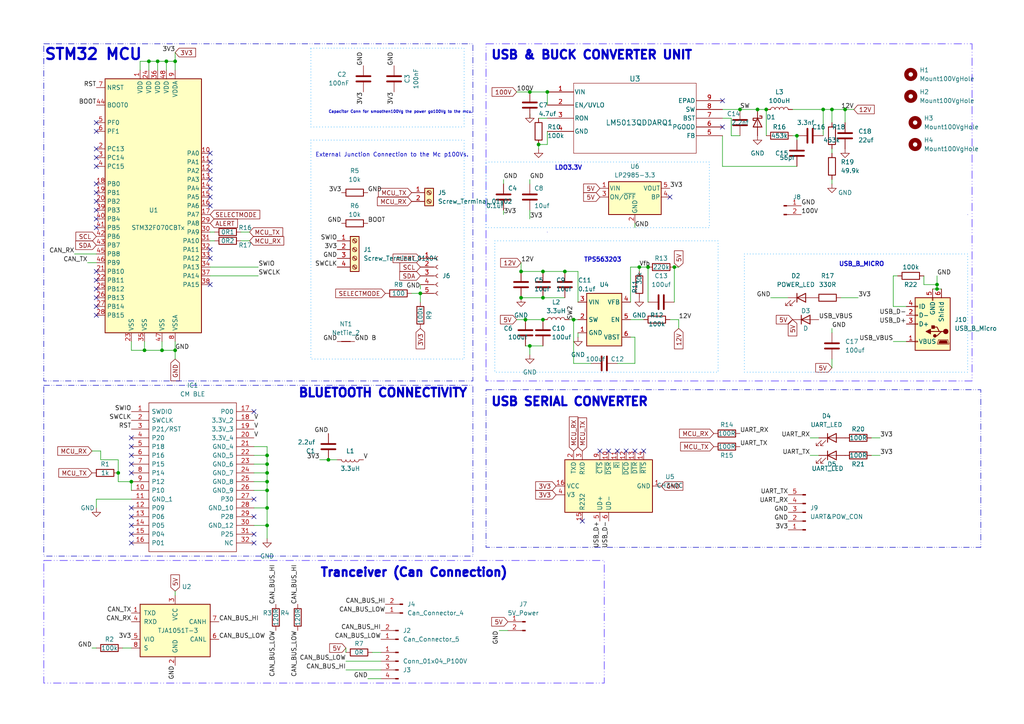
<source format=kicad_sch>
(kicad_sch (version 20230121) (generator eeschema)
  (paper "A4")
  (lib_symbols
    (symbol "2023-07-11_16-13-50:LM5013QDDARQ1" (pin_names (offset 0.254))
      (property "Reference" "U3" (at 25.4 6.35 0))
      (property "Value" "LM5013QDDARQ1" (at 26.67 -6.35 0))
      (symbol "LM5013QDDARQ1_0_1"
        (pin input line (at 50.8 -10.16 180) (length 7.62) (name "FB") (number "5"))
        (pin output line (at 50.8 -7.62 180) (length 7.62) (name "PGOOD") (number "6"))
        (pin power_out line (at 50.8 0 180) (length 7.62) (name "EPAD") (number "9"))
      )
      (symbol "LM5013QDDARQ1_1_1"
        (pin input line (at 0 2.54 0) (length 7.62) (name "VIN") (number "1"))
        (pin input line (at 0 -1.27 0) (length 7.62) (name "EN/UVLO") (number "2"))
        (pin input line (at 0 -5.08 0) (length 7.62) (name "RON") (number "3"))
        (pin power_in line (at 0 -8.89 0) (length 7.62) (name "GND") (number "4"))
        (pin power_out line (at 50.8 -5.08 180) (length 7.62) (name "BST") (number "7"))
        (pin power_out line (at 50.8 -2.54 180) (length 7.62) (name "SW") (number "8"))
      )
    )
    (symbol "Connector:Conn_01x02_Pin" (pin_names (offset 1.016) hide)
      (property "Reference" "J" (at 0 2.54 0))
      (property "Value" "Conn_01x02_Pin" (at 0 -5.08 0))
      (symbol "Conn_01x02_Pin_1_1"
        (pin passive line (at 5.08 0 180) (length 3.81) (name "Pin_1") (number "1"))
        (pin passive line (at 5.08 -2.54 180) (length 3.81) (name "Pin_2") (number "2"))
      )
    )
    (symbol "Connector:Conn_01x04_Pin" (pin_names (offset 1.016) hide)
      (property "Reference" "J" (at 0 5.08 0))
      (property "Value" "Conn_01x04_Pin" (at 0 -7.62 0))
      (symbol "Conn_01x04_Pin_1_1"
        (pin passive line (at 5.08 2.54 180) (length 3.81) (name "Pin_1") (number "1"))
        (pin passive line (at 5.08 0 180) (length 3.81) (name "Pin_2") (number "2"))
        (pin passive line (at 5.08 -2.54 180) (length 3.81) (name "Pin_3") (number "3"))
        (pin passive line (at 5.08 -5.08 180) (length 3.81) (name "Pin_4") (number "4"))
      )
    )
    (symbol "Connector:Conn_01x05_Pin" (pin_names (offset 1.016) hide)
      (property "Reference" "J" (at 0 7.62 0))
      (property "Value" "Conn_01x05_Pin" (at 0 -7.62 0))
      (symbol "Conn_01x05_Pin_1_1"
        (pin passive line (at 5.08 5.08 180) (length 3.81) (name "Pin_1") (number "1"))
        (pin passive line (at 5.08 2.54 180) (length 3.81) (name "Pin_2") (number "2"))
        (pin passive line (at 5.08 0 180) (length 3.81) (name "Pin_3") (number "3"))
        (pin passive line (at 5.08 -2.54 180) (length 3.81) (name "Pin_4") (number "4"))
        (pin passive line (at 5.08 -5.08 180) (length 3.81) (name "Pin_5") (number "5"))
      )
    )
    (symbol "Connector:Conn_01x05_Socket" (pin_names (offset 1.016) hide)
      (property "Reference" "J" (at 0 7.62 0))
      (property "Value" "Conn_01x05_Socket" (at 0 -7.62 0))
      (symbol "Conn_01x05_Socket_1_1"
        (pin passive line (at -5.08 5.08 0) (length 3.81) (name "Pin_1") (number "1"))
        (pin passive line (at -5.08 2.54 0) (length 3.81) (name "Pin_2") (number "2"))
        (pin passive line (at -5.08 0 0) (length 3.81) (name "Pin_3") (number "3"))
        (pin passive line (at -5.08 -2.54 0) (length 3.81) (name "Pin_4") (number "4"))
        (pin passive line (at -5.08 -5.08 0) (length 3.81) (name "Pin_5") (number "5"))
      )
    )
    (symbol "Connector:Screw_Terminal_01x02" (pin_names (offset 1.016) hide)
      (property "Reference" "J" (at 0 2.54 0))
      (property "Value" "Screw_Terminal_01x02" (at 0 -5.08 0))
      (symbol "Screw_Terminal_01x02_1_1"
        (pin passive line (at -5.08 0 0) (length 3.81) (name "Pin_1") (number "1"))
        (pin passive line (at -5.08 -2.54 0) (length 3.81) (name "Pin_2") (number "2"))
      )
    )
    (symbol "Connector:Screw_Terminal_01x04" (pin_names (offset 1.016) hide)
      (property "Reference" "J" (at 0 5.08 0))
      (property "Value" "Screw_Terminal_01x04" (at 0 -7.62 0))
      (symbol "Screw_Terminal_01x04_1_1"
        (pin passive line (at -5.08 2.54 0) (length 3.81) (name "Pin_1") (number "1"))
        (pin passive line (at -5.08 0 0) (length 3.81) (name "Pin_2") (number "2"))
        (pin passive line (at -5.08 -2.54 0) (length 3.81) (name "Pin_3") (number "3"))
        (pin passive line (at -5.08 -5.08 0) (length 3.81) (name "Pin_4") (number "4"))
      )
    )
    (symbol "Connector:USB_B_Micro" (pin_names (offset 1.016))
      (property "Reference" "J" (at -5.08 11.43 0))
      (property "Value" "USB_B_Micro" (at -5.08 8.89 0))
      (symbol "USB_B_Micro_1_1"
        (pin power_out line (at 7.62 5.08 180) (length 2.54) (name "VBUS") (number "1"))
        (pin bidirectional line (at 7.62 -2.54 180) (length 2.54) (name "D-") (number "2"))
        (pin bidirectional line (at 7.62 0 180) (length 2.54) (name "D+") (number "3"))
        (pin passive line (at 7.62 -5.08 180) (length 2.54) (name "ID") (number "4"))
        (pin power_out line (at 0 -10.16 90) (length 2.54) (name "GND") (number "5"))
        (pin passive line (at -2.54 -10.16 90) (length 2.54) (name "Shield") (number "6"))
      )
    )
    (symbol "Device:C" (pin_numbers hide) (pin_names (offset 0.254))
      (property "Reference" "C" (at 0.635 2.54 0))
      (property "Value" "C" (at 0.635 -2.54 0))
      (symbol "C_1_1"
        (pin passive line (at 0 3.81 270) (length 2.794) (name "~") (number "1"))
        (pin passive line (at 0 -3.81 90) (length 2.794) (name "~") (number "2"))
      )
    )
    (symbol "Device:D" (pin_numbers hide) (pin_names (offset 1.016) hide)
      (property "Reference" "D" (at 0 2.54 0))
      (property "Value" "D" (at 0 -2.54 0))
      (symbol "D_1_1"
        (pin passive line (at -3.81 0 0) (length 2.54) (name "K") (number "1"))
        (pin passive line (at 3.81 0 180) (length 2.54) (name "A") (number "2"))
      )
    )
    (symbol "Device:D_Schottky" (pin_numbers hide) (pin_names (offset 1.016) hide)
      (property "Reference" "D" (at 0 2.54 0))
      (property "Value" "D_Schottky" (at 0 -2.54 0))
      (symbol "D_Schottky_1_1"
        (pin passive line (at -3.81 0 0) (length 2.54) (name "K") (number "1"))
        (pin passive line (at 3.81 0 180) (length 2.54) (name "A") (number "2"))
      )
    )
    (symbol "Device:L" (pin_numbers hide) (pin_names (offset 1.016) hide)
      (property "Reference" "L" (at -1.27 0 90))
      (property "Value" "L" (at 1.905 0 90))
      (symbol "L_1_1"
        (pin passive line (at 0 3.81 270) (length 1.27) (name "1") (number "1"))
        (pin passive line (at 0 -3.81 90) (length 1.27) (name "2") (number "2"))
      )
    )
    (symbol "Device:LED" (pin_numbers hide) (pin_names (offset 1.016) hide)
      (property "Reference" "D" (at 0 2.54 0))
      (property "Value" "LED" (at 0 -2.54 0))
      (symbol "LED_1_1"
        (pin passive line (at -3.81 0 0) (length 2.54) (name "K") (number "1"))
        (pin passive line (at 3.81 0 180) (length 2.54) (name "A") (number "2"))
      )
    )
    (symbol "Device:NetTie_2" (pin_numbers hide) (pin_names (offset 0) hide) (in_bom no)
      (property "Reference" "NT" (at 0 1.27 0))
      (property "Value" "NetTie_2" (at 0 -1.27 0))
      (symbol "NetTie_2_1_1"
        (pin passive line (at -2.54 0 0) (length 2.54) (name "1") (number "1"))
        (pin passive line (at 2.54 0 180) (length 2.54) (name "2") (number "2"))
      )
    )
    (symbol "Device:R" (pin_numbers hide) (pin_names (offset 0))
      (property "Reference" "R" (at 2.032 0 90))
      (property "Value" "R" (at 0 0 90))
      (symbol "R_1_1"
        (pin passive line (at 0 3.81 270) (length 1.27) (name "~") (number "1"))
        (pin passive line (at 0 -3.81 90) (length 1.27) (name "~") (number "2"))
      )
    )
    (symbol "Interface_CAN_LIN:TJA1051T-3" (pin_names (offset 1.016))
      (property "Reference" "U2" (at 1.9559 12.7 0))
      (property "Value" "TJA1051T-3" (at -5.08 0 0))
      (symbol "TJA1051T-3_1_1"
        (pin input line (at -12.7 5.08 0) (length 2.54) (name "TXD") (number "1"))
        (pin passive line (at 0 -10.16 90) (length 2.54) (name "GND") (number "2"))
        (pin input line (at 0 10.16 270) (length 2.54) (name "VCC") (number "3"))
        (pin output line (at -12.7 2.54 0) (length 2.54) (name "RXD") (number "4"))
        (pin power_in line (at -12.7 -2.54 0) (length 2.54) (name "VIO") (number "5"))
        (pin bidirectional line (at 12.7 -2.54 180) (length 2.54) (name "CANL") (number "6"))
        (pin bidirectional line (at 12.7 2.54 180) (length 2.54) (name "CANH") (number "7"))
        (pin input line (at -12.7 -5.08 0) (length 2.54) (name "S") (number "8"))
      )
    )
    (symbol "Interface_USB:CH340C"
      (property "Reference" "U" (at -5.08 13.97 0))
      (property "Value" "CH340C" (at 1.27 13.97 0))
      (symbol "CH340C_1_1"
        (pin power_in line (at 0 -15.24 90) (length 2.54) (name "GND") (number "1"))
        (pin input line (at 10.16 0 180) (length 2.54) (name "~{DSR}") (number "10"))
        (pin input line (at 10.16 -2.54 180) (length 2.54) (name "~{RI}") (number "11"))
        (pin input line (at 10.16 -5.08 180) (length 2.54) (name "~{DCD}") (number "12"))
        (pin output line (at 10.16 -7.62 180) (length 2.54) (name "~{DTR}") (number "13"))
        (pin output line (at 10.16 -10.16 180) (length 2.54) (name "~{RTS}") (number "14"))
        (pin input line (at -10.16 7.62 0) (length 2.54) (name "R232") (number "15"))
        (pin power_in line (at 0 15.24 270) (length 2.54) (name "VCC") (number "16"))
        (pin output line (at 10.16 10.16 180) (length 2.54) (name "TXD") (number "2"))
        (pin input line (at 10.16 7.62 180) (length 2.54) (name "RXD") (number "3"))
        (pin passive line (at -2.54 15.24 270) (length 2.54) (name "V3") (number "4"))
        (pin bidirectional line (at -10.16 2.54 0) (length 2.54) (name "UD+") (number "5"))
        (pin bidirectional line (at -10.16 0 0) (length 2.54) (name "UD-") (number "6"))
        (pin no_connect line (at -7.62 -7.62 0) (length 2.54) hide (name "NC") (number "7"))
        (pin no_connect line (at -7.62 -10.16 0) (length 2.54) hide (name "NC") (number "8"))
        (pin input line (at 10.16 2.54 180) (length 2.54) (name "~{CTS}") (number "9"))
      )
    )
    (symbol "Library:COMMON_BLUETOOTH" (pin_names (offset 0.762))
      (property "Reference" "IC" (at 31.75 7.62 0))
      (property "Value" "CM BLE" (at 31.75 5.08 0))
      (symbol "COMMON_BLUETOOTH_0_0"
        (pin passive line (at 0 -25.4 0) (length 5.08) (name "GND_1") (number "11"))
        (pin passive line (at 0 -35.56 0) (length 5.08) (name "P04") (number "15"))
        (pin passive line (at 0 -2.54 0) (length 5.08) (name "SWCLK") (number "2"))
        (pin passive line (at 35.56 -25.4 180) (length 5.08) (name "P30") (number "27"))
        (pin passive line (at 0 -5.08 0) (length 5.08) (name "P21/RST") (number "3"))
        (pin passive line (at 0 -7.62 0) (length 5.08) (name "P20") (number "4"))
        (pin passive line (at 0 -10.16 0) (length 5.08) (name "P18") (number "5"))
        (pin passive line (at 0 -12.7 0) (length 5.08) (name "P16") (number "6"))
        (pin passive line (at 0 -15.24 0) (length 5.08) (name "P15") (number "7"))
      )
      (symbol "COMMON_BLUETOOTH_1_0"
        (pin passive line (at 0 0 0) (length 5.08) (name "SWDIO") (number "1"))
        (pin passive line (at 0 -22.86 0) (length 5.08) (name "P10") (number "10"))
        (pin passive line (at 0 -27.94 0) (length 5.08) (name "P09") (number "12"))
        (pin passive line (at 0 -30.48 0) (length 5.08) (name "P06") (number "13"))
        (pin passive line (at 0 -33.02 0) (length 5.08) (name "P05") (number "14"))
        (pin passive line (at 0 -38.1 0) (length 5.08) (name "P01") (number "16"))
        (pin passive line (at 35.56 0 180) (length 5.08) (name "P00") (number "17"))
        (pin passive line (at 35.56 -2.54 180) (length 5.08) (name "3.3V_2") (number "18"))
        (pin passive line (at 35.56 -5.08 180) (length 5.08) (name "3.3V_3") (number "19"))
        (pin passive line (at 35.56 -7.62 180) (length 5.08) (name "3.3V_4") (number "20"))
        (pin passive line (at 35.56 -10.16 180) (length 5.08) (name "GND_4") (number "21"))
        (pin passive line (at 35.56 -12.7 180) (length 5.08) (name "GND_5") (number "22"))
        (pin passive line (at 35.56 -15.24 180) (length 5.08) (name "GND_6") (number "23"))
        (pin passive line (at 35.56 -17.78 180) (length 5.08) (name "GND_7") (number "24"))
        (pin passive line (at 35.56 -20.32 180) (length 5.08) (name "GND_8") (number "25"))
        (pin passive line (at 35.56 -22.86 180) (length 5.08) (name "GND_9") (number "26"))
        (pin passive line (at 35.56 -27.94 180) (length 5.08) (name "GND_10") (number "28"))
        (pin passive line (at 35.56 -30.48 180) (length 5.08) (name "P28") (number "29"))
        (pin passive line (at 35.56 -33.02 180) (length 5.08) (name "GND_12") (number "30"))
        (pin passive line (at 35.56 -35.56 180) (length 5.08) (name "P25") (number "31"))
        (pin passive line (at 35.56 -38.1 180) (length 5.08) (name "NC") (number "32"))
        (pin passive line (at 0 -17.78 0) (length 5.08) (name "P14") (number "8"))
        (pin passive line (at 0 -20.32 0) (length 5.08) (name "P12") (number "9"))
      )
    )
    (symbol "MCU_ST_STM32F0:STM32F070CBTx"
      (property "Reference" "U?" (at 0 -16.51 0))
      (property "Value" "STM32F070CBTx" (at -5.08 -19.05 0))
      (symbol "STM32F070CBTx_1_1"
        (pin power_in line (at -2.54 40.64 270) (length 2.54) (name "VDD") (number "1"))
        (pin bidirectional line (at 17.78 16.51 180) (length 2.54) (name "PA0") (number "10"))
        (pin bidirectional line (at 17.78 13.97 180) (length 2.54) (name "PA1") (number "11"))
        (pin bidirectional line (at 17.78 11.43 180) (length 2.54) (name "PA2") (number "12"))
        (pin bidirectional line (at 17.78 8.89 180) (length 2.54) (name "PA3") (number "13"))
        (pin bidirectional line (at 17.78 6.35 180) (length 2.54) (name "PA4") (number "14"))
        (pin bidirectional line (at 17.78 3.81 180) (length 2.54) (name "PA5") (number "15"))
        (pin bidirectional line (at 17.78 1.27 180) (length 2.54) (name "PA6") (number "16"))
        (pin bidirectional line (at 17.78 -1.27 180) (length 2.54) (name "PA7") (number "17"))
        (pin bidirectional line (at -15.24 7.62 0) (length 2.54) (name "PB0") (number "18"))
        (pin bidirectional line (at -15.24 5.08 0) (length 2.54) (name "PB1") (number "19"))
        (pin bidirectional line (at -15.24 17.78 0) (length 2.54) (name "PC13") (number "2"))
        (pin bidirectional line (at -15.24 2.54 0) (length 2.54) (name "PB2") (number "20"))
        (pin bidirectional line (at -15.24 -17.78 0) (length 2.54) (name "PB10") (number "21"))
        (pin bidirectional line (at -15.24 -20.32 0) (length 2.54) (name "PB11") (number "22"))
        (pin power_in line (at -5.08 -38.1 90) (length 2.54) (name "VSS") (number "23"))
        (pin power_in line (at 0 40.64 270) (length 2.54) (name "VDD") (number "24"))
        (pin bidirectional line (at -15.24 -22.86 0) (length 2.54) (name "PB12") (number "25"))
        (pin bidirectional line (at -15.24 -25.4 0) (length 2.54) (name "PB13") (number "26"))
        (pin bidirectional line (at -15.24 -27.94 0) (length 2.54) (name "PB14") (number "27"))
        (pin bidirectional line (at -15.24 -30.48 0) (length 2.54) (name "PB15") (number "28"))
        (pin bidirectional line (at 17.78 -3.81 180) (length 2.54) (name "PA8") (number "29"))
        (pin bidirectional line (at -15.24 15.24 0) (length 2.54) (name "PC14") (number "3"))
        (pin bidirectional line (at 17.78 -6.35 180) (length 2.54) (name "PA9") (number "30"))
        (pin bidirectional line (at 17.78 -8.89 180) (length 2.54) (name "PA10") (number "31"))
        (pin bidirectional line (at 17.78 -11.43 180) (length 2.54) (name "PA11") (number "32"))
        (pin bidirectional line (at 17.78 -13.97 180) (length 2.54) (name "PA12") (number "33"))
        (pin bidirectional line (at 17.78 -16.51 180) (length 2.54) (name "PA13") (number "34"))
        (pin passive line (at -1.27 -38.1 90) (length 2.54) (name "VSS") (number "35"))
        (pin power_in line (at 2.54 40.64 270) (length 2.54) (name "VDD") (number "36"))
        (pin bidirectional line (at 17.78 -19.05 180) (length 2.54) (name "PA14") (number "37"))
        (pin bidirectional line (at 17.78 -21.59 180) (length 2.54) (name "PA15") (number "38"))
        (pin bidirectional line (at -15.24 0 0) (length 2.54) (name "PB3") (number "39"))
        (pin bidirectional line (at -15.24 12.7 0) (length 2.54) (name "PC15") (number "4"))
        (pin bidirectional line (at -15.24 -2.54 0) (length 2.54) (name "PB4") (number "40"))
        (pin bidirectional line (at -15.24 -5.08 0) (length 2.54) (name "PB5") (number "41"))
        (pin bidirectional line (at -15.24 -7.62 0) (length 2.54) (name "PB6") (number "42"))
        (pin bidirectional line (at -15.24 -10.16 0) (length 2.54) (name "PB7") (number "43"))
        (pin input line (at -15.24 30.48 0) (length 2.54) (name "BOOT0") (number "44"))
        (pin bidirectional line (at -15.24 -12.7 0) (length 2.54) (name "PB8") (number "45"))
        (pin bidirectional line (at -15.24 -15.24 0) (length 2.54) (name "PB9") (number "46"))
        (pin passive line (at 3.81 -38.1 90) (length 2.54) (name "VSS") (number "47"))
        (pin power_in line (at 5.08 40.64 270) (length 2.54) (name "VDD") (number "48"))
        (pin bidirectional line (at -15.24 25.4 0) (length 2.54) (name "PF0") (number "5"))
        (pin bidirectional line (at -15.24 22.86 0) (length 2.54) (name "PF1") (number "6"))
        (pin input line (at -15.24 35.56 0) (length 2.54) (name "NRST") (number "7"))
        (pin power_in line (at 7.62 -38.1 90) (length 2.54) (name "VSSA") (number "8"))
        (pin power_in line (at 7.62 40.64 270) (length 2.54) (name "VDDA") (number "9"))
      )
    )
    (symbol "Mechanical:MountingHole" (pin_names (offset 1.016))
      (property "Reference" "H" (at 0 5.08 0))
      (property "Value" "MountingHole" (at 0 3.175 0))
    )
    (symbol "Regulator_Linear:LP2985-3.3" (pin_names (offset 0.254))
      (property "Reference" "U6" (at 0 8.89 0))
      (property "Value" "LP2985-3.3" (at 0 6.35 0))
      (symbol "LP2985-3.3_1_1"
        (pin input line (at -10.16 2.54 0) (length 2.54) (name "VIN") (number "1"))
        (pin power_in line (at 0 -7.62 90) (length 2.54) (name "GND") (number "2"))
        (pin input line (at -10.16 0 0) (length 2.54) (name "ON/~{OFF}") (number "3"))
        (pin input line (at 10.16 0 180) (length 2.54) (name "BP") (number "4"))
        (pin power_out line (at 10.16 2.54 180) (length 2.54) (name "VOUT") (number "5"))
      )
    )
    (symbol "Regulator_Switching:TPS563200"
      (property "Reference" "U4" (at 1.27 12.7 0))
      (symbol "TPS563200_1_1"
        (pin power_in line (at -6.35 -1.27 0) (length 2.54) (name "GND") (number "1"))
        (pin output line (at -6.35 2.54 0) (length 2.54) (name "SW") (number "2"))
        (pin input line (at -6.35 7.62 0) (length 2.54) (name "VIN") (number "3"))
        (pin input line (at 8.89 7.62 180) (length 2.54) (name "VFB") (number "4"))
        (pin input line (at 8.89 2.54 180) (length 2.54) (name "EN") (number "5"))
        (pin passive line (at 8.89 -2.54 180) (length 2.54) (name "VBST") (number "6"))
      )
    )
    (symbol "power:GND" (power) (pin_names (offset 0))
      (property "Value" "GND" (at 0 -3.81 0))
      (symbol "GND_1_1"
        (pin power_in line (at 0 0 270) (length 0) hide (name "GND") (number "1"))
      )
    )
  )
  (junction (at 77.47 139.7))
  (junction (at 157.48 78.74))
  (junction (at 157.48 86.36))
  (junction (at 153.67 100.33))
  (junction (at 195.58 77.47))
  (junction (at 152.4 92.71))
  (junction (at 121.92 85.09))
  (junction (at 46.99 101.6))
  (junction (at 271.78 83.82))
  (junction (at 222.25 31.75))
  (junction (at 50.8 101.6))
  (junction (at 77.47 137.16))
  (junction (at 238.76 31.75))
  (junction (at 163.83 78.74))
  (junction (at 166.37 92.71))
  (junction (at 185.42 77.47))
  (junction (at 48.26 17.78))
  (junction (at 157.48 92.71))
  (junction (at 214.63 31.75))
  (junction (at 153.67 26.67))
  (junction (at 158.75 26.67))
  (junction (at 45.72 17.78))
  (junction (at 43.18 17.78))
  (junction (at 95.25 133.35))
  (junction (at 50.8 17.78))
  (junction (at 271.78 82.55))
  (junction (at 156.21 41.91))
  (junction (at 231.14 39.37))
  (junction (at 77.47 152.4))
  (junction (at 77.47 142.24))
  (junction (at 245.11 31.75))
  (junction (at 38.1 139.7))
  (junction (at 77.47 132.08))
  (junction (at 151.13 86.36))
  (junction (at 77.47 134.62))
  (junction (at 77.47 147.32))
  (junction (at 34.29 137.16))
  (junction (at 241.3 31.75))
  (junction (at 41.91 101.6))
  (junction (at 219.71 31.75))
  (junction (at 187.96 77.47))
  (junction (at 151.13 78.74))
  (no_connect (at 38.1 152.4))
  (no_connect (at 179.07 130.81))
  (no_connect (at 60.96 54.61))
  (no_connect (at 27.94 81.28))
  (no_connect (at 60.96 44.45))
  (no_connect (at 38.1 137.16))
  (no_connect (at 27.94 58.42))
  (no_connect (at 27.94 63.5))
  (no_connect (at 27.94 55.88))
  (no_connect (at 38.1 149.86))
  (no_connect (at 27.94 48.26))
  (no_connect (at 27.94 86.36))
  (no_connect (at 60.96 72.39))
  (no_connect (at 60.96 46.99))
  (no_connect (at 176.53 130.81))
  (no_connect (at 27.94 43.18))
  (no_connect (at 27.94 45.72))
  (no_connect (at 60.96 49.53))
  (no_connect (at 38.1 147.32))
  (no_connect (at 27.94 35.56))
  (no_connect (at 168.91 151.13))
  (no_connect (at 186.69 130.81))
  (no_connect (at 38.1 127))
  (no_connect (at 73.66 149.86))
  (no_connect (at 209.55 29.21))
  (no_connect (at 73.66 144.78))
  (no_connect (at 27.94 78.74))
  (no_connect (at 73.66 157.48))
  (no_connect (at 27.94 60.96))
  (no_connect (at 38.1 132.08))
  (no_connect (at 60.96 82.55))
  (no_connect (at 38.1 157.48))
  (no_connect (at 27.94 38.1))
  (no_connect (at 60.96 52.07))
  (no_connect (at 27.94 83.82))
  (no_connect (at 38.1 129.54))
  (no_connect (at 38.1 154.94))
  (no_connect (at 73.66 154.94))
  (no_connect (at 27.94 88.9))
  (no_connect (at 27.94 91.44))
  (no_connect (at 173.99 130.81))
  (no_connect (at 27.94 53.34))
  (no_connect (at 73.66 119.38))
  (no_connect (at 60.96 57.15))
  (no_connect (at 60.96 59.69))
  (no_connect (at 38.1 134.62))
  (no_connect (at 27.94 66.04))
  (no_connect (at 209.55 36.83))
  (no_connect (at 181.61 130.81))
  (no_connect (at 184.15 130.81))
  (no_connect (at 60.96 74.93))
  (no_connect (at 194.31 57.15))
  (wire (pts (xy 271.78 82.55) (xy 271.78 83.82)))
  (wire (pts (xy 259.08 99.06) (xy 262.89 99.06)))
  (wire (pts (xy 45.72 20.32) (xy 45.72 17.78)))
  (wire (pts (xy 166.37 92.71) (xy 166.37 105.41)))
  (wire (pts (xy 194.31 92.71) (xy 196.85 92.71)))
  (wire (pts (xy 60.96 77.47) (xy 74.93 77.47)))
  (wire (pts (xy 107.95 189.23) (xy 110.49 189.23)))
  (wire (pts (xy 167.64 96.52) (xy 167.64 97.79)))
  (wire (pts (xy 48.26 20.32) (xy 48.26 17.78)))
  (wire (pts (xy 77.47 139.7) (xy 77.47 142.24)))
  (wire (pts (xy 182.88 77.47) (xy 185.42 77.47)))
  (wire (pts (xy 50.8 15.24) (xy 50.8 17.78)))
  (wire (pts (xy 100.33 189.23) (xy 100.33 187.96)))
  (wire (pts (xy 149.86 92.71) (xy 152.4 92.71)))
  (wire (pts (xy 43.18 20.32) (xy 43.18 17.78)))
  (wire (pts (xy 238.76 31.75) (xy 241.3 31.75)))
  (wire (pts (xy 222.25 31.75) (xy 222.25 39.37)))
  (wire (pts (xy 241.3 53.34) (xy 241.3 52.07)))
  (wire (pts (xy 100.33 194.31) (xy 110.49 194.31)))
  (wire (pts (xy 209.55 48.26) (xy 231.14 48.26)))
  (wire (pts (xy 185.42 77.47) (xy 185.42 78.74)))
  (wire (pts (xy 46.99 99.06) (xy 46.99 101.6)))
  (wire (pts (xy 144.78 182.88) (xy 147.32 182.88)))
  (wire (pts (xy 121.92 85.09) (xy 121.92 87.63)))
  (wire (pts (xy 26.67 130.81) (xy 29.21 130.81)))
  (wire (pts (xy 43.18 17.78) (xy 45.72 17.78)))
  (wire (pts (xy 158.75 41.91) (xy 156.21 41.91)))
  (wire (pts (xy 241.3 106.68) (xy 241.3 104.14)))
  (wire (pts (xy 252.73 132.08) (xy 255.27 132.08)))
  (wire (pts (xy 166.37 105.41) (xy 171.45 105.41)))
  (wire (pts (xy 209.55 39.37) (xy 209.55 48.26)))
  (wire (pts (xy 209.55 31.75) (xy 214.63 31.75)))
  (wire (pts (xy 241.3 31.75) (xy 241.3 35.56)))
  (wire (pts (xy 149.86 26.67) (xy 153.67 26.67)))
  (wire (pts (xy 26.67 187.96) (xy 27.94 187.96)))
  (wire (pts (xy 196.85 92.71) (xy 196.85 95.25)))
  (wire (pts (xy 27.94 144.78) (xy 38.1 144.78)))
  (wire (pts (xy 40.64 17.78) (xy 43.18 17.78)))
  (wire (pts (xy 38.1 101.6) (xy 41.91 101.6)))
  (wire (pts (xy 185.42 77.47) (xy 187.96 77.47)))
  (wire (pts (xy 212.09 34.29) (xy 212.09 39.37)))
  (wire (pts (xy 77.47 137.16) (xy 77.47 139.7)))
  (wire (pts (xy 229.87 39.37) (xy 231.14 39.37)))
  (wire (pts (xy 167.64 78.74) (xy 163.83 78.74)))
  (wire (pts (xy 77.47 147.32) (xy 77.47 152.4)))
  (wire (pts (xy 153.67 102.87) (xy 153.67 100.33)))
  (wire (pts (xy 77.47 142.24) (xy 77.47 147.32)))
  (wire (pts (xy 184.15 97.79) (xy 184.15 105.41)))
  (wire (pts (xy 95.25 133.35) (xy 92.71 133.35)))
  (wire (pts (xy 34.29 133.35) (xy 34.29 137.16)))
  (wire (pts (xy 152.4 92.71) (xy 157.48 92.71)))
  (wire (pts (xy 182.88 97.79) (xy 184.15 97.79)))
  (wire (pts (xy 229.87 31.75) (xy 238.76 31.75)))
  (wire (pts (xy 21.59 73.66) (xy 27.94 73.66)))
  (wire (pts (xy 267.97 80.01) (xy 267.97 82.55)))
  (wire (pts (xy 182.88 87.63) (xy 182.88 77.47)))
  (wire (pts (xy 27.94 144.78) (xy 27.94 147.32)))
  (wire (pts (xy 271.78 83.82) (xy 273.05 83.82)))
  (wire (pts (xy 77.47 134.62) (xy 77.47 137.16)))
  (wire (pts (xy 60.96 80.01) (xy 74.93 80.01)))
  (wire (pts (xy 60.96 69.85) (xy 62.23 69.85)))
  (wire (pts (xy 262.89 88.9) (xy 259.08 88.9)))
  (wire (pts (xy 41.91 101.6) (xy 46.99 101.6)))
  (wire (pts (xy 50.8 101.6) (xy 50.8 104.14)))
  (wire (pts (xy 73.66 129.54) (xy 77.47 129.54)))
  (wire (pts (xy 259.08 88.9) (xy 259.08 80.01)))
  (wire (pts (xy 50.8 172.72) (xy 50.8 171.45)))
  (wire (pts (xy 73.66 152.4) (xy 77.47 152.4)))
  (wire (pts (xy 184.15 64.77) (xy 184.15 66.04)))
  (wire (pts (xy 163.83 86.36) (xy 157.48 86.36)))
  (wire (pts (xy 29.21 133.35) (xy 34.29 133.35)))
  (wire (pts (xy 158.75 34.29) (xy 156.21 34.29)))
  (wire (pts (xy 38.1 99.06) (xy 38.1 101.6)))
  (wire (pts (xy 241.3 43.18) (xy 241.3 44.45)))
  (wire (pts (xy 157.48 86.36) (xy 151.13 86.36)))
  (wire (pts (xy 69.85 67.31) (xy 72.39 67.31)))
  (wire (pts (xy 100.33 191.77) (xy 110.49 191.77)))
  (wire (pts (xy 29.21 130.81) (xy 29.21 133.35)))
  (wire (pts (xy 153.67 100.33) (xy 157.48 100.33)))
  (wire (pts (xy 73.66 142.24) (xy 77.47 142.24)))
  (wire (pts (xy 157.48 78.74) (xy 151.13 78.74)))
  (wire (pts (xy 50.8 99.06) (xy 50.8 101.6)))
  (wire (pts (xy 153.67 53.34) (xy 153.67 52.07)))
  (wire (pts (xy 146.05 52.07) (xy 146.05 53.34)))
  (wire (pts (xy 271.78 80.01) (xy 271.78 82.55)))
  (wire (pts (xy 77.47 152.4) (xy 77.47 156.21)))
  (wire (pts (xy 60.96 67.31) (xy 62.23 67.31)))
  (wire (pts (xy 234.95 127) (xy 237.49 127)))
  (wire (pts (xy 165.1 92.71) (xy 166.37 92.71)))
  (wire (pts (xy 234.95 132.08) (xy 237.49 132.08)))
  (wire (pts (xy 48.26 17.78) (xy 50.8 17.78)))
  (wire (pts (xy 252.73 127) (xy 255.27 127)))
  (wire (pts (xy 195.58 77.47) (xy 195.58 87.63)))
  (wire (pts (xy 158.75 38.1) (xy 158.75 41.91)))
  (wire (pts (xy 212.09 39.37) (xy 214.63 39.37)))
  (wire (pts (xy 73.66 132.08) (xy 77.47 132.08)))
  (wire (pts (xy 209.55 34.29) (xy 212.09 34.29)))
  (wire (pts (xy 25.4 76.2) (xy 27.94 76.2)))
  (wire (pts (xy 73.66 137.16) (xy 77.47 137.16)))
  (wire (pts (xy 34.29 137.16) (xy 34.29 139.7)))
  (wire (pts (xy 153.67 26.67) (xy 158.75 26.67)))
  (wire (pts (xy 151.13 76.2) (xy 151.13 78.74)))
  (wire (pts (xy 231.14 39.37) (xy 231.14 40.64)))
  (wire (pts (xy 110.49 196.85) (xy 106.68 196.85)))
  (wire (pts (xy 214.63 31.75) (xy 219.71 31.75)))
  (wire (pts (xy 153.67 60.96) (xy 153.67 63.5)))
  (wire (pts (xy 77.47 129.54) (xy 77.47 132.08)))
  (wire (pts (xy 179.07 105.41) (xy 184.15 105.41)))
  (wire (pts (xy 97.79 133.35) (xy 95.25 133.35)))
  (wire (pts (xy 243.84 86.36) (xy 248.92 86.36)))
  (wire (pts (xy 73.66 147.32) (xy 77.47 147.32)))
  (wire (pts (xy 187.96 77.47) (xy 187.96 87.63)))
  (wire (pts (xy 153.67 34.29) (xy 153.67 33.02)))
  (wire (pts (xy 158.75 30.48) (xy 158.75 26.67)))
  (wire (pts (xy 77.47 132.08) (xy 77.47 134.62)))
  (wire (pts (xy 163.83 78.74) (xy 157.48 78.74)))
  (wire (pts (xy 40.64 20.32) (xy 40.64 17.78)))
  (wire (pts (xy 156.21 41.91) (xy 156.21 43.18)))
  (wire (pts (xy 121.92 83.82) (xy 121.92 82.55)))
  (wire (pts (xy 267.97 82.55) (xy 271.78 82.55)))
  (wire (pts (xy 270.51 83.82) (xy 271.78 83.82)))
  (wire (pts (xy 50.8 17.78) (xy 50.8 20.32)))
  (wire (pts (xy 241.3 95.25) (xy 241.3 96.52)))
  (wire (pts (xy 245.11 31.75) (xy 247.65 31.75)))
  (wire (pts (xy 34.29 139.7) (xy 38.1 139.7)))
  (wire (pts (xy 119.38 85.09) (xy 121.92 85.09)))
  (wire (pts (xy 259.08 80.01) (xy 260.35 80.01)))
  (wire (pts (xy 223.52 86.36) (xy 228.6 86.36)))
  (wire (pts (xy 73.66 139.7) (xy 77.47 139.7)))
  (wire (pts (xy 182.88 92.71) (xy 186.69 92.71)))
  (wire (pts (xy 146.05 60.96) (xy 146.05 62.23)))
  (wire (pts (xy 41.91 99.06) (xy 41.91 101.6)))
  (wire (pts (xy 69.85 69.85) (xy 72.39 69.85)))
  (wire (pts (xy 195.58 77.47) (xy 196.85 77.47)))
  (wire (pts (xy 241.3 31.75) (xy 245.11 31.75)))
  (wire (pts (xy 152.4 100.33) (xy 153.67 100.33)))
  (wire (pts (xy 219.71 31.75) (xy 222.25 31.75)))
  (wire (pts (xy 38.1 139.7) (xy 38.1 142.24)))
  (wire (pts (xy 238.76 31.75) (xy 238.76 39.37)))
  (wire (pts (xy 245.11 31.75) (xy 245.11 35.56)))
  (wire (pts (xy 45.72 17.78) (xy 48.26 17.78)))
  (wire (pts (xy 73.66 134.62) (xy 77.47 134.62)))
  (wire (pts (xy 167.64 87.63) (xy 167.64 78.74)))
  (wire (pts (xy 46.99 101.6) (xy 50.8 101.6)))
  (wire (pts (xy 166.37 92.71) (xy 167.64 92.71)))
  (wire (pts (xy 35.56 187.96) (xy 38.1 187.96)))
  (rectangle (start 140.97 113.03) (end 284.48 158.75) (stroke (width 0) (type dash_dot_dot)))
  (rectangle (start 90.17 40.64) (end 134.62 104.14) (stroke (width 0.2) (type dot) (color 56 179 255 1)))
  (rectangle (start 140.97 12.7) (end 281.94 110.49) (stroke (width 0.2) (type dash_dot_dot) (color 102 74 255 1)))
  (rectangle (start 143.51 69.85) (end 208.28 107.95) (stroke (width 0.2) (type dot) (color 56 179 255 1)))
  (rectangle (start 140.97 46.99) (end 205.74 66.04) (stroke (width 0.2) (type dot) (color 56 179 255 1)))
  (rectangle (start 12.7 111.76) (end 137.16 161.29) (stroke (width 0) (type dash_dot_dot)))
  (rectangle (start 90.17 13.97) (end 134.62 36.83) (stroke (width 0.2) (type dot) (color 56 179 255 1)))
  (rectangle (start 158.75 67.31) (end 158.75 67.31))
  (rectangle (start 215.9 73.66) (end 280.67 107.95) (stroke (width 0.2) (type dot) (color 56 179 255 1)))
  (rectangle (start 12.7 162.56) (end 175.26 198.12) (stroke (width 0.2) (type dash_dot_dot) (color 102 74 255 1)))
  (rectangle (start 67.31 127) (end 67.31 127))
  (rectangle (start 280.67 62.23) (end 280.67 62.23))
  (rectangle (start 12.7 12.7) (end 137.16 110.49) (stroke (width 0) (type dash_dot_dot)))
  (rectangle (start 67.31 127) (end 67.31 127))
  (text "Capacitor Conn for smoothen100Vg the power go100Vg to the mcu.\n" (at 95.25 33.02 0) (effects (font (size 0.8 0.8)) (justify left bottom)))
  (text "TPS563203" (at 180.34 76.2 0) (effects (font (size 1.27 1.27) (thickness 0.254) bold) (justify right bottom)))
  (text "BLUETOOTH CONNECTIVITY\n" (at 86.36 115.57 0) (effects (font (size 2.5 2.5) (thickness 0.65) bold) (justify left bottom)))
  (text "USB SERIAL CONVERTER\n" (at 142.24 118.11 0) (effects (font (size 2.5 2.5) (thickness 0.65) bold) (justify left bottom)))
  (text "Tranceiver (Can Connection)" (at 92.71 167.64 0) (effects (font (size 2.5 2.5) (thickness 0.65) bold) (justify left bottom)))
  (text "USB_B_MICRO\n" (at 256.54 77.47 0) (effects (font (size 1.27 1.27) (thickness 0.254) bold) (justify right bottom)))
  (text "External Junction Connection to the Mc p100Vs." (at 91.44 45.72 0) (effects (font (size 1.2 1.2)) (justify left bottom)))
  (text "USB & BUCK CONVERTER UNIT\n\n" (at 142.24 21.59 0) (effects (font (size 2.5 2.5) (thickness 0.65) bold) (justify left bottom)))
  (text "STM32 MCU" (at 12.7 17.78 0) (effects (font (size 3.2 3.2) (thickness 0.65) bold) (justify left bottom)))
  (text "LDO3.3V" (at 168.91 49.53 0) (effects (font (size 1.27 1.27) (thickness 0.254) bold) (justify right bottom)))
  (label "CAN_BUS_LOW" (at 111.76 177.8 180))
  (label "USB_D+" (at 262.89 93.98 180))
  (label "CAN_TX" (at 38.1 177.8 180))
  (label "V" (at 105.41 133.35 0))
  (label "CAN_BUS_HI" (at 80.01 175.26 90))
  (label "3V3" (at 255.27 132.08 0))
  (label "UART_TX" (at 234.95 132.08 180))
  (label "3V3" (at 153.67 63.5 0))
  (label "CAN_BUS_LOW" (at 100.33 191.77 180))
  (label "GND" (at 223.52 86.36 180))
  (label "UART_RX" (at 214.63 125.73 0))
  (label "CAN_RX" (at 21.59 73.66 180))
  (label "3V3" (at 228.6 153.67 180))
  (label "CAN_TX" (at 25.4 76.2 180))
  (label "RST" (at 38.1 124.46 180))
  (label "SWIO" (at 97.79 69.85 180))
  (label "SWCLK" (at 74.93 80.01 0))
  (label "CAN_BUS_LOW" (at 63.5 185.42 0))
  (label "3V3" (at 194.31 54.61 0))
  (label "SWCLK" (at 38.1 121.92 180))
  (label "3V3" (at 38.1 185.42 180))
  (label "BOOT" (at 106.68 64.77 0))
  (label "SW2" (at 166.37 92.71 90))
  (label "Vfb" (at 185.42 77.47 0))
  (label "GND" (at 228.6 148.59 180))
  (label "UART_TX" (at 228.6 143.51 180))
  (label "GND" (at 99.06 64.77 180))
  (label "GND" (at 97.79 74.93 180))
  (label "SWCLK" (at 97.79 77.47 180))
  (label "GND" (at 97.79 99.06 180))
  (label "3V3" (at 146.05 62.23 0))
  (label "UART_RX" (at 234.95 127 180))
  (label "3V3" (at 99.06 55.88 180))
  (label "3V3" (at 97.79 72.39 180))
  (label "3V3" (at 50.8 15.24 180))
  (label "GND" (at 106.68 55.88 0))
  (label "UART_RX" (at 228.6 146.05 180))
  (label "3V3" (at 105.41 26.67 270))
  (label "CAN_BUS_HI" (at 100.33 194.31 180))
  (label "CAN_BUS_HI" (at 86.36 175.26 90))
  (label "USB_VBUS" (at 237.49 92.71 0))
  (label "USB_D+" (at 173.99 151.13 270))
  (label "SW" (at 214.63 31.75 0))
  (label "USB_D-" (at 176.53 151.13 270))
  (label "SWIO" (at 38.1 119.38 180))
  (label "USB_VBUS" (at 259.08 99.06 180))
  (label "SWIO" (at 74.93 77.47 0))
  (label "GND" (at 184.15 66.04 0))
  (label "GND" (at 26.67 187.96 180))
  (label "CAN_BUS_HI" (at 63.5 180.34 0))
  (label "CAN_BUS_LOW" (at 86.36 182.88 270))
  (label "GND" (at 114.3 19.05 90))
  (label "GND" (at 121.92 83.82 180))
  (label "UART_TX" (at 214.63 129.54 0))
  (label "100V" (at 232.41 62.23 0))
  (label "GND" (at 232.41 59.69 0))
  (label "USB_D-" (at 262.89 91.44 180))
  (label "GND" (at 146.05 52.07 0))
  (label "GND" (at 144.78 182.88 270))
  (label "GND B" (at 102.87 99.06 0))
  (label "V" (at 73.66 124.46 0))
  (label "GND" (at 271.78 80.01 0))
  (label "GND" (at 95.25 125.73 180))
  (label "3V3" (at 248.92 86.36 0))
  (label "V" (at 73.66 127 0))
  (label "12V" (at 196.85 92.71 0))
  (label "GND" (at 105.41 19.05 90))
  (label "3V3" (at 255.27 127 0))
  (label "V" (at 73.66 121.92 0))
  (label "12V" (at 247.65 31.75 180))
  (label "GND" (at 50.8 193.04 270))
  (label "3V3" (at 114.3 26.67 270))
  (label "CAN_BUS_HI" (at 110.49 182.88 180))
  (label "RST" (at 27.94 25.4 180))
  (label "GND" (at 153.67 52.07 0))
  (label "CAN_RX" (at 38.1 180.34 180))
  (label "CAN_BUS_HI" (at 111.76 175.26 180))
  (label "GND" (at 228.6 151.13 180))
  (label "BOOT" (at 27.94 30.48 180))
  (label "CAN_BUS_LOW" (at 110.49 185.42 180))
  (label "GND" (at 241.3 95.25 0))
  (label "GND" (at 106.68 196.85 180))
  (label "GND" (at 50.8 101.6 0))
  (label "CAN_BUS_LOW" (at 80.01 182.88 270))
  (label "12V" (at 151.13 76.2 0))
  (label "100V" (at 149.86 26.67 0))
  (label "3V3" (at 92.71 133.35 180))
  (global_label "SDA" (shape input) (at 27.94 71.12 180) (property "Intersheetrefs" "${INTERSHEET_REFS}" (effects hide)))
  (global_label "MCU_RX" (shape input) (at 72.39 69.85 0) (property "Intersheetrefs" "${INTERSHEET_REFS}" (effects hide)))
  (global_label "5V" (shape input) (at 100.33 187.96 180) (property "Intersheetrefs" "${INTERSHEET_REFS}" (effects hide)))
  (global_label "SCL" (shape input) (at 121.92 77.47 180) (property "Intersheetrefs" "${INTERSHEET_REFS}" (effects hide)))
  (global_label "3V3" (shape input) (at 161.29 140.97 180) (property "Intersheetrefs" "${INTERSHEET_REFS}" (effects hide)))
  (global_label "MCU_TX" (shape input) (at 168.91 130.81 90) (property "Intersheetrefs" "${INTERSHEET_REFS}" (effects hide)))
  (global_label "100V" (shape input) (at 149.86 26.67 180) (property "Intersheetrefs" "${INTERSHEET_REFS}" (effects hide)))
  (global_label "SELECTMODE" (shape input) (at 111.76 85.09 180) (property "Intersheetrefs" "${INTERSHEET_REFS}" (effects hide)))
  (global_label "5V" (shape input) (at 196.85 77.47 90) (property "Intersheetrefs" "${INTERSHEET_REFS}" (effects hide)))
  (global_label "MCU_RX" (shape input) (at 119.38 58.42 180) (property "Intersheetrefs" "${INTERSHEET_REFS}" (effects hide)))
  (global_label "12V" (shape input) (at 247.65 31.75 0) (property "Intersheetrefs" "${INTERSHEET_REFS}" (effects hide)))
  (global_label "5V" (shape input) (at 147.32 180.34 180) (property "Intersheetrefs" "${INTERSHEET_REFS}" (effects hide)))
  (global_label "SCL" (shape input) (at 27.94 68.58 180) (property "Intersheetrefs" "${INTERSHEET_REFS}" (effects hide)))
  (global_label "5V" (shape input) (at 149.86 92.71 180) (property "Intersheetrefs" "${INTERSHEET_REFS}" (effects hide)))
  (global_label "MCU_TX" (shape input) (at 26.67 137.16 180) (property "Intersheetrefs" "${INTERSHEET_REFS}" (effects hide)))
  (global_label "MCU_TX" (shape input) (at 207.01 129.54 180) (property "Intersheetrefs" "${INTERSHEET_REFS}" (effects hide)))
  (global_label "MCU_RX" (shape input) (at 166.37 130.81 90) (property "Intersheetrefs" "${INTERSHEET_REFS}" (effects hide)))
  (global_label "3V3" (shape input) (at 50.8 15.24 0) (property "Intersheetrefs" "${INTERSHEET_REFS}" (effects hide)))
  (global_label "5V" (shape input) (at 173.99 54.61 180) (property "Intersheetrefs" "${INTERSHEET_REFS}" (effects hide)))
  (global_label "3V3" (shape input) (at 121.92 95.25 270) (property "Intersheetrefs" "${INTERSHEET_REFS}" (effects hide)))
  (global_label "GND" (shape input) (at 50.8 104.14 270) (property "Intersheetrefs" "${INTERSHEET_REFS}" (effects hide)))
  (global_label "12V" (shape input) (at 151.13 76.2 180) (property "Intersheetrefs" "${INTERSHEET_REFS}" (effects hide)))
  (global_label "MCU_TX" (shape input) (at 119.38 55.88 180) (property "Intersheetrefs" "${INTERSHEET_REFS}" (effects hide)))
  (global_label "MCU_RX" (shape input) (at 207.01 125.73 180) (property "Intersheetrefs" "${INTERSHEET_REFS}" (effects hide)))
  (global_label "MCU_RX" (shape input) (at 26.67 130.81 180) (property "Intersheetrefs" "${INTERSHEET_REFS}" (effects hide)))
  (global_label "5V" (shape input) (at 241.3 106.68 180) (property "Intersheetrefs" "${INTERSHEET_REFS}" (effects hide)))
  (global_label "ALERT" (shape input) (at 121.92 74.93 180) (property "Intersheetrefs" "${INTERSHEET_REFS}" (effects hide)))
  (global_label "5V" (shape input) (at 173.99 57.15 180) (property "Intersheetrefs" "${INTERSHEET_REFS}" (effects hide)))
  (global_label "SELECTMODE" (shape input) (at 60.96 62.23 0) (property "Intersheetrefs" "${INTERSHEET_REFS}" (effects hide)))
  (global_label "5V" (shape input) (at 229.87 92.71 180) (property "Intersheetrefs" "${INTERSHEET_REFS}" (effects hide)))
  (global_label "3V3" (shape input) (at 161.29 143.51 180) (property "Intersheetrefs" "${INTERSHEET_REFS}" (effects hide)))
  (global_label "5V" (shape input) (at 50.8 171.45 90) (property "Intersheetrefs" "${INTERSHEET_REFS}" (effects hide)))
  (global_label "MCU_TX" (shape input) (at 72.39 67.31 0) (property "Intersheetrefs" "${INTERSHEET_REFS}" (effects hide)))
  (global_label "GND" (shape input) (at 191.77 140.97 0) (property "Intersheetrefs" "${INTERSHEET_REFS}" (effects hide)))
  (global_label "SDA" (shape input) (at 121.92 80.01 180) (property "Intersheetrefs" "${INTERSHEET_REFS}" (effects hide)))
  (global_label "5V" (shape input) (at 229.87 92.71 270) (property "Intersheetrefs" "${INTERSHEET_REFS}" (effects hide)))
  (global_label "ALERT" (shape input) (at 60.96 64.77 0) (property "Intersheetrefs" "${INTERSHEET_REFS}" (effects hide)))
  (global_label "12V" (shape input) (at 196.85 95.25 270) (property "Intersheetrefs" "${INTERSHEET_REFS}" (effects hide)))
  (symbol (lib_id "Device:R") (at 210.82 125.73 90) (unit 1)
    (property "Reference" "R14" (at 210.82 123.19 90))
    (property "Value" "100R" (at 210.82 125.73 90))
    (property "Footprint" "Resistor_SMD:R_0603_1608Metric_Pad0.98x0.95mm_HandSolder" (effects hide))
  )
  (symbol (lib_id "Device:LED") (at 241.3 127 0) (unit 1)
    (property "Reference" "D4" (at 239.7125 120.65 0))
    (property "Value" "UART_LED" (at 239.7125 123.19 0))
    (property "Footprint" "CAPC1608X95.kicad_mod files:CAPC1608X95" (effects hide))
  )
  (symbol (lib_id "Device:C") (at 163.83 82.55 0) (unit 1)
    (property "Reference" "C11" (at 167.64 81.28 0) (effects (justify left)))
    (property "Value" "0.1uf" (at 167.64 83.82 0) (effects (justify left)))
    (property "Footprint" "Capacitor_SMD:C_0603_1608Metric_Pad1.08x0.95mm_HandSolder" (effects hide))
  )
  (symbol (lib_id "Mechanical:MountingHole") (at 264.16 27.94 0) (unit 1)
    (property "Reference" "H2" (at 266.7 26.67 0) (effects (justify left)))
    (property "Value" "Mount100VgHole" (at 266.7 29.21 0) (effects (justify left)))
    (property "Footprint" "MountingHole:MountingHole_2.7mm_M2.5_ISO7380_Pad_TopBottom" (effects hide))
  )
  (symbol (lib_id "Device:D") (at 233.68 92.71 0) (unit 1)
    (property "Reference" "D3" (at 233.68 90.17 0))
    (property "Value" "D" (at 233.68 95.25 0))
    (property "Footprint" "Diode_SMD:D_0603_1608Metric_Pad1.05x0.95mm_HandSolder" (effects hide))
    (property "Sim.Device" "D" (effects hide))
    (property "Sim.Pins" "1=K 2=A" (effects hide))
  )
  (symbol (lib_id "power:GND") (at 151.13 86.36 0) (unit 1)
    (property "Reference" "#PWR03" (effects hide))
    (property "Value" "GND" (at 151.13 91.44 0))
  )
  (symbol (lib_id "Device:C") (at 214.63 35.56 0) (unit 1)
    (property "Reference" "C14" (at 210.82 33.02 0) (effects (justify left)))
    (property "Value" "2.2nf" (at 212.09 35.56 0) (effects (justify left)))
    (property "Footprint" "Capacitor_SMD:C_0603_1608Metric_Pad1.08x0.95mm_HandSolder" (effects hide))
  )
  (symbol (lib_id "Device:C") (at 114.3 22.86 180) (unit 1)
    (property "Reference" "C3" (at 118.11 22.86 90))
    (property "Value" "100nF" (at 120.65 22.86 90))
    (property "Footprint" "Capacitor_SMD:C_1206_3216Metric_Pad1.33x1.80mm_HandSolder" (effects hide))
  )
  (symbol (lib_id "Library:COMMON_BLUETOOTH") (at 38.1 119.38 0) (unit 1)
    (property "Reference" "IC1" (at 55.88 111.76 0))
    (property "Value" "CM BLE" (at 55.88 114.3 0))
    (property "Footprint" "Library:CM BLE" (effects hide))
    (property "Datasheet" "http://www.cwdin.com/assets/files/CBTMN10.pdf" (effects hide))
    (property "Description" "Multiprotocol  BLE, ANT, 2.4GHz Module" (effects hide))
    (property "Height" "2" (effects hide))
    (property "Manufacturer_Name" "CWD Innovations" (effects hide))
    (property "Manufacturer_Part_Number" "CBTMN10" (effects hide))
  )
  (symbol (lib_id "Device:R") (at 104.14 189.23 90) (unit 1)
    (property "Reference" "R7" (at 104.14 186.69 90))
    (property "Value" "0R" (at 104.14 189.23 90))
    (property "Footprint" "Resistor_SMD:R_0603_1608Metric_Pad0.98x0.95mm_HandSolder" (effects hide))
  )
  (symbol (lib_id "Device:R") (at 102.87 64.77 90) (unit 1)
    (property "Reference" "R6" (at 102.87 59.69 90))
    (property "Value" "10k" (at 102.87 62.23 90))
    (property "Footprint" "Resistor_SMD:R_0603_1608Metric_Pad0.98x0.95mm_HandSolder" (effects hide))
  )
  (symbol (lib_id "Device:R") (at 191.77 77.47 90) (unit 1)
    (property "Reference" "R13" (at 191.77 74.93 90))
    (property "Value" "220k" (at 191.77 77.47 90))
    (property "Footprint" "Resistor_SMD:R_0603_1608Metric_Pad0.98x0.95mm_HandSolder" (effects hide))
  )
  (symbol (lib_id "Device:C") (at 157.48 96.52 0) (unit 1)
    (property "Reference" "C10" (at 160.02 95.25 0) (effects (justify left)))
    (property "Value" "100uf" (at 160.02 97.79 0) (effects (justify left)))
    (property "Footprint" "Capacitor_SMD:C_1206_3216Metric_Pad1.33x1.80mm_HandSolder" (effects hide))
  )
  (symbol (lib_id "power:GND") (at 153.67 33.02 0) (unit 1)
    (property "Reference" "#PWR04" (effects hide))
    (property "Value" "GND" (effects hide))
  )
  (symbol (lib_id "Device:R") (at 190.5 92.71 90) (unit 1)
    (property "Reference" "R12" (at 190.5 91.44 90))
    (property "Value" "100k" (at 190.5 93.98 90))
    (property "Footprint" "Resistor_SMD:R_0603_1608Metric_Pad0.98x0.95mm_HandSolder" (effects hide))
  )
  (symbol (lib_id "Device:C") (at 175.26 105.41 90) (unit 1)
    (property "Reference" "C12" (at 179.07 104.14 90))
    (property "Value" "100uf" (at 172.72 104.14 90))
    (property "Footprint" "Capacitor_SMD:C_1206_3216Metric_Pad1.33x1.80mm_HandSolder" (effects hide))
  )
  (symbol (lib_id "Device:R") (at 156.21 38.1 0) (unit 1)
    (property "Reference" "R10" (at 158.75 36.83 0) (effects (justify left)))
    (property "Value" "100k" (at 158.75 39.37 0) (effects (justify left)))
    (property "Footprint" "Resistor_SMD:R_0603_1608Metric_Pad0.98x0.95mm_HandSolder" (effects hide))
  )
  (symbol (lib_id "power:GND") (at 185.42 86.36 0) (unit 1)
    (property "Reference" "#PWR08" (effects hide))
    (property "Value" "GND" (at 185.42 91.44 0))
  )
  (symbol (lib_id "Device:LED") (at 241.3 132.08 0) (unit 1)
    (property "Reference" "D5" (at 241.3 134.62 0))
    (property "Value" "UART_LED" (at 240.03 135.89 0))
    (property "Footprint" "CAPC1608X95.kicad_mod files:CAPC1608X95" (effects hide))
  )
  (symbol (lib_id "Device:C") (at 151.13 82.55 0) (unit 1)
    (property "Reference" "C5" (at 154.94 81.28 0) (effects (justify left)))
    (property "Value" "10uf" (at 154.94 83.82 0) (effects (justify left)))
    (property "Footprint" "Capacitor_SMD:C_1210_3225Metric_Pad1.33x2.70mm_HandSolder" (effects hide))
  )
  (symbol (lib_id "Device:R") (at 66.04 67.31 90) (unit 1)
    (property "Reference" "0R1" (at 66.04 67.31 90))
    (property "Value" "R16" (at 71.12 66.04 90))
    (property "Footprint" "Resistor_SMD:R_0603_1608Metric_Pad0.98x0.95mm_HandSolder" (effects hide))
  )
  (symbol (lib_id "Device:C") (at 105.41 22.86 180) (unit 1)
    (property "Reference" "C2" (at 97.79 21.59 0) (effects (justify right)))
    (property "Value" "100nF" (at 95.25 24.13 0) (effects (justify right)))
    (property "Footprint" "Capacitor_SMD:C_1206_3216Metric_Pad1.33x1.80mm_HandSolder" (effects hide))
  )
  (symbol (lib_id "power:GND") (at 167.64 97.79 0) (unit 1)
    (property "Reference" "#PWR07" (effects hide))
    (property "Value" "GND" (at 167.64 102.87 0))
  )
  (symbol (lib_id "Device:C") (at 245.11 39.37 0) (unit 1)
    (property "Reference" "C18" (at 248.92 38.1 0) (effects (justify left)))
    (property "Value" "22uf" (at 248.92 40.64 0) (effects (justify left)))
    (property "Footprint" "Capacitor_SMD:C_1206_3216Metric_Pad1.33x1.80mm_HandSolder" (effects hide))
  )
  (symbol (lib_id "Device:C") (at 146.05 57.15 0) (unit 1)
    (property "Reference" "C4" (at 147.32 54.61 0) (effects (justify left)))
    (property "Value" "0.1uf" (at 140.97 59.69 0) (effects (justify left)))
    (property "Footprint" "Capacitor_SMD:C_0603_1608Metric_Pad1.08x0.95mm_HandSolder" (effects hide))
  )
  (symbol (lib_id "power:GND") (at 245.11 43.18 0) (unit 1)
    (property "Reference" "#PWR011" (effects hide))
    (property "Value" "GND" (effects hide))
  )
  (symbol (lib_id "Device:C") (at 152.4 96.52 0) (unit 1)
    (property "Reference" "C6" (at 146.05 95.25 0) (effects (justify left)))
    (property "Value" "100uf" (at 147.32 97.79 0) (effects (justify left)))
    (property "Footprint" "Capacitor_SMD:C_1206_3216Metric_Pad1.33x1.80mm_HandSolder" (effects hide))
  )
  (symbol (lib_id "Device:R") (at 31.75 187.96 90) (unit 1)
    (property "Reference" "R2" (at 31.75 185.42 90))
    (property "Value" "100k" (at 31.75 187.96 90))
    (property "Footprint" "Resistor_SMD:R_0603_1608Metric_Pad0.98x0.95mm_HandSolder" (effects hide))
  )
  (symbol (lib_id "Device:R") (at 121.92 91.44 0) (unit 1)
    (property "Reference" "R9" (at 124.46 91.44 90))
    (property "Value" "100k" (at 121.92 91.44 90))
    (property "Footprint" "Resistor_SMD:R_0603_1608Metric_Pad0.98x0.95mm_HandSolder" (effects hide))
  )
  (symbol (lib_id "Device:C") (at 234.95 39.37 90) (unit 1)
    (property "Reference" "C16" (at 237.49 36.83 90))
    (property "Value" "3.3nf" (at 233.68 35.56 90))
    (property "Footprint" "Capacitor_SMD:C_0805_2012Metric_Pad1.18x1.45mm_HandSolder" (effects hide))
  )
  (symbol (lib_id "Device:C") (at 153.67 30.48 0) (unit 1)
    (property "Reference" "C7" (at 156.21 30.48 0) (effects (justify left)))
    (property "Value" "4.7uf" (at 156.21 33.02 0) (effects (justify left)))
    (property "Footprint" "Capacitor_SMD:C_1210_3225Metric_Pad1.33x2.70mm_HandSolder" (effects hide))
  )
  (symbol (lib_id "Device:L") (at 161.29 92.71 90) (unit 1)
    (property "Reference" "L2" (at 161.29 87.63 90))
    (property "Value" "3.3uH" (at 161.29 90.17 90))
    (property "Footprint" "Library:INR33" (effects hide))
  )
  (symbol (lib_id "power:GND") (at 219.71 39.37 0) (unit 1)
    (property "Reference" "#PWR09" (effects hide))
    (property "Value" "GND" (at 219.71 44.45 0))
  )
  (symbol (lib_id "power:GND") (at 156.21 43.18 0) (unit 1)
    (property "Reference" "#PWR06" (effects hide))
    (property "Value" "GND" (effects hide))
  )
  (symbol (lib_id "Device:D_Schottky") (at 219.71 35.56 270) (unit 1)
    (property "Reference" "D1" (at 222.25 33.9725 90) (effects (justify left)))
    (property "Value" "D_Schottky" (effects hide))
    (property "Footprint" "STPS3150U.kicad_mod files:SMB_STM-M" (effects hide))
  )
  (symbol (lib_id "Connector:Conn_01x02_Pin") (at 116.84 177.8 180) (unit 1)
    (property "Reference" "J4" (at 118.11 175.26 0) (effects (justify right)))
    (property "Value" "Can_Connector_4" (at 118.11 177.8 0) (effects (justify right)))
    (property "Footprint" "Connector_JST:JST_EH_S2B-EH_1x02_P2.50mm_Horizontal" (effects hide))
  )
  (symbol (lib_id "Device:L") (at 101.6 133.35 270) (unit 1)
    (property "Reference" "L1" (at 101.6 130.81 90))
    (property "Value" "3.3uH" (at 101.6 135.89 90))
    (property "Footprint" "Library:INR33" (effects hide))
  )
  (symbol (lib_id "Device:R") (at 102.87 55.88 90) (unit 1)
    (property "Reference" "R5" (at 102.87 49.53 90))
    (property "Value" "10k" (at 102.87 52.07 90))
    (property "Footprint" "Resistor_SMD:R_0603_1608Metric_Pad0.98x0.95mm_HandSolder" (effects hide))
  )
  (symbol (lib_id "Device:R") (at 264.16 80.01 90) (unit 1)
    (property "Reference" "R22" (at 264.16 82.55 90))
    (property "Value" "100k" (at 264.16 77.47 90))
    (property "Footprint" "Resistor_SMD:R_0603_1608Metric_Pad0.98x0.95mm_HandSolder" (effects hide))
  )
  (symbol (lib_id "Connector:USB_B_Micro") (at 270.51 93.98 180) (unit 1)
    (property "Reference" "J10" (at 276.86 92.71 0) (effects (justify right)))
    (property "Value" "USB_B_Micro" (at 276.86 95.25 0) (effects (justify right)))
    (property "Footprint" "Connector_USB:USB_Micro-B_Technik_TWP-4002D-H3" (effects hide))
  )
  (symbol (lib_id "Device:LED") (at 232.41 86.36 0) (unit 1)
    (property "Reference" "D2" (at 230.8225 80.01 0))
    (property "Value" "POWER_LED" (at 230.8225 82.55 0))
    (property "Footprint" "CAPC1608X95.kicad_mod files:CAPC1608X95" (effects hide))
  )
  (symbol (lib_id "Device:R") (at 80.01 179.07 0) (unit 1)
    (property "Reference" "R3" (at 76.2 177.8 0) (effects (justify left)))
    (property "Value" "120R" (at 80.01 181.61 90) (effects (justify left)))
    (property "Footprint" "Resistor_SMD:R_0603_1608Metric_Pad0.98x0.95mm_HandSolder" (effects hide))
  )
  (symbol (lib_id "Connector:Conn_01x05_Socket") (at 127 80.01 0) (unit 1)
    (property "Reference" "J6" (at 128.27 80.01 0) (effects (justify left)))
    (property "Value" "Conn_01x05_Socket" (effects hide))
    (property "Footprint" "Connector_JST:JST_EH_S5B-EH_1x05_P2.50mm_Horizontal" (effects hide))
  )
  (symbol (lib_id "Device:R") (at 241.3 48.26 0) (unit 1)
    (property "Reference" "R19" (at 243.84 46.99 0) (effects (justify left)))
    (property "Value" "49.9k" (at 243.84 49.53 0) (effects (justify left)))
    (property "Footprint" "Resistor_SMD:R_0603_1608Metric_Pad0.98x0.95mm_HandSolder" (effects hide))
  )
  (symbol (lib_id "Connector:Screw_Terminal_01x04") (at 102.87 72.39 0) (unit 1)
    (property "Reference" "J1" (at 105.41 72.39 0) (effects (justify left)))
    (property "Value" "Screw_Terminal_01x04" (at 105.41 74.93 0) (effects (justify left)))
    (property "Footprint" "TerminalBlock:TerminalBlock_bornier-4_P5.08mm" (effects hide))
  )
  (symbol (lib_id "Device:C") (at 157.48 82.55 0) (unit 1)
    (property "Reference" "C9" (at 161.29 81.28 0) (effects (justify left)))
    (property "Value" "10uf" (at 161.29 83.82 0) (effects (justify left)))
    (property "Footprint" "Capacitor_SMD:C_1210_3225Metric_Pad1.33x2.70mm_HandSolder" (effects hide))
  )
  (symbol (lib_id "power:GND") (at 241.3 53.34 0) (unit 1)
    (property "Reference" "#PWR010" (effects hide))
    (property "Value" "GND" (at 245.11 55.88 0))
  )
  (symbol (lib_id "Connector:Conn_01x02_Pin") (at 115.57 185.42 180) (unit 1)
    (property "Reference" "J2" (at 116.84 182.88 0) (effects (justify right)))
    (property "Value" "Can_Connector_5" (at 116.84 185.42 0) (effects (justify right)))
    (property "Footprint" "Connector_JST:JST_EH_S2B-EH_1x02_P2.50mm_Horizontal" (effects hide))
  )
  (symbol (lib_id "Device:R") (at 248.92 127 90) (unit 1)
    (property "Reference" "R20" (at 248.92 124.46 90))
    (property "Value" "100R" (at 248.92 127 90))
    (property "Footprint" "Resistor_SMD:R_0603_1608Metric_Pad0.98x0.95mm_HandSolder" (effects hide))
  )
  (symbol (lib_id "Device:C") (at 153.67 57.15 0) (unit 1)
    (property "Reference" "C8" (at 154.94 54.61 0) (effects (justify left)))
    (property "Value" "10uf" (at 154.94 59.69 0) (effects (justify left)))
    (property "Footprint" "Capacitor_SMD:C_1210_3225Metric_Pad1.33x2.70mm_HandSolder" (effects hide))
  )
  (symbol (lib_id "Device:C") (at 241.3 100.33 0) (unit 1)
    (property "Reference" "C17" (at 245.11 99.06 0) (effects (justify left)))
    (property "Value" "100uf" (at 245.11 101.6 0) (effects (justify left)))
    (property "Footprint" "Capacitor_SMD:C_1206_3216Metric_Pad1.33x1.80mm_HandSolder" (effects hide))
  )
  (symbol (lib_id "Device:R") (at 248.92 132.08 90) (unit 1)
    (property "Reference" "R21" (at 248.92 134.62 90))
    (property "Value" "100R" (at 248.92 132.08 90))
    (property "Footprint" "Resistor_SMD:R_0603_1608Metric_Pad0.98x0.95mm_HandSolder" (effects hide))
  )
  (symbol (lib_id "Device:R") (at 115.57 85.09 90) (unit 1)
    (property "Reference" "R8" (at 115.57 82.55 90))
    (property "Value" "100" (at 115.57 85.09 90))
    (property "Footprint" "Resistor_SMD:R_0603_1608Metric_Pad0.98x0.95mm_HandSolder" (effects hide))
  )
  (symbol (lib_id "Device:R") (at 86.36 179.07 0) (unit 1)
    (property "Reference" "R4" (at 81.28 177.8 0) (effects (justify left)))
    (property "Value" "120R" (at 86.36 181.61 90) (effects (justify left)))
    (property "Footprint" "Resistor_SMD:R_0603_1608Metric_Pad0.98x0.95mm_HandSolder" (effects hide))
  )
  (symbol (lib_id "Connector:Conn_01x04_Pin") (at 115.57 191.77 0) (mirror y) (unit 1)
    (property "Reference" "J3" (at 116.84 194.31 0) (effects (justify right)))
    (property "Value" "Conn_01x04_P100V" (at 116.84 191.77 0) (effects (justify right)))
    (property "Footprint" "Connector_JST:JST_EH_S4B-EH_1x04_P2.50mm_Horizontal" (effects hide))
  )
  (symbol (lib_id "Connector:Conn_01x02_Pin") (at 152.4 180.34 0) (mirror y) (unit 1)
    (property "Reference" "J7" (at 151.765 175.26 0))
    (property "Value" "5V_Power" (at 151.765 177.8 0))
    (property "Footprint" "Connector_JST:JST_EH_S2B-EH_1x02_P2.50mm_Horizontal" (effects hide))
  )
  (symbol (lib_id "Device:NetTie_2") (at 100.33 99.06 0) (unit 1) (in_bom no)
    (property "Reference" "NT1" (at 100.33 93.98 0))
    (property "Value" "NetTie_2" (at 100.33 96.52 0))
    (property "Footprint" "NetTie:NetTie-2_SMD_Pad0.5mm" (effects hide))
  )
  (symbol (lib_id "Connector:Conn_01x05_Pin") (at 233.68 148.59 180) (unit 1)
    (property "Reference" "J9" (at 234.95 147.32 0) (effects (justify right)))
    (property "Value" "UART&POW_CON" (at 234.95 149.86 0) (effects (justify right)))
    (property "Footprint" "Connector_JST:JST_EH_S5B-EH_1x05_P2.50mm_Horizontal" (effects hide))
  )
  (symbol (lib_id "Mechanical:MountingHole") (at 265.43 35.56 0) (unit 1)
    (property "Reference" "H3" (at 267.97 34.29 0) (effects (justify left)))
    (property "Value" "Mount100VgHole" (at 267.97 36.83 0) (effects (justify left)))
    (property "Footprint" "MountingHole:MountingHole_2.7mm_M2.5_ISO7380_Pad_TopBottom" (effects hide))
  )
  (symbol (lib_id "Regulator_Switching:TPS563200") (at 173.99 95.25 0) (unit 1)
    (property "Reference" "U4" (at 175.26 82.55 0))
    (property "Value" "TPS563200" (effects hide))
    (property "Footprint" "Package_TO_SOT_SMD:SOT-23-6" (effects hide))
    (property "Datasheet" "http://www.ti.com/lit/ds/symlink/tps563200.pdf" (effects hide))
  )
  (symbol (lib_id "Connector:Screw_Terminal_01x02") (at 124.46 55.88 0) (unit 1)
    (property "Reference" "J5" (at 127 55.88 0) (effects (justify left)))
    (property "Value" "Screw_Terminal_01x02" (at 127 58.42 0) (effects (justify left)))
    (property "Footprint" "TerminalBlock:TerminalBlock_bornier-2_P5.08mm" (effects hide))
  )
  (symbol (lib_id "Interface_CAN_LIN:TJA1051T-3") (at 50.8 182.88 0) (unit 1)
    (property "Reference" "U2" (at 52.7559 170.18 0) (effects (justify left)))
    (property "Value" "TJA1051T-3" (at 45.72 182.88 0) (effects (justify left)))
    (property "Footprint" "Package_SO:SOIC-8_3.9x4.9mm_P1.27mm" (effects hide))
    (property "Datasheet" "http://www.nxp.com/documents/data_sheet/TJA1051.pdf" (effects hide))
  )
  (symbol (lib_id "Mechanical:MountingHole") (at 265.43 41.91 0) (unit 1)
    (property "Reference" "H4" (at 267.97 40.64 0) (effects (justify left)))
    (property "Value" "Mount100VgHole" (at 267.97 43.18 0) (effects (justify left)))
    (property "Footprint" "MountingHole:MountingHole_2.7mm_M2.5_ISO7380_Pad_TopBottom" (effects hide))
  )
  (symbol (lib_id "power:GND") (at 77.47 156.21 0) (unit 1)
    (property "Reference" "#PWR02" (effects hide))
    (property "Value" "GND" (at 77.47 161.29 0))
  )
  (symbol (lib_id "Device:R") (at 185.42 82.55 0) (unit 1)
    (property "Reference" "R11" (at 184.15 85.09 90) (effects (justify left)))
    (property "Value" "30k" (at 185.42 82.55 90) (effects (justify left)))
    (property "Footprint" "Resistor_SMD:R_0603_1608Metric_Pad0.98x0.95mm_HandSolder" (effects hide))
  )
  (symbol (lib_id "Device:R") (at 240.03 86.36 90) (unit 1)
    (property "Reference" "R17" (at 240.03 80.01 90))
    (property "Value" "330R" (at 240.03 82.55 90))
    (property "Footprint" "Resistor_SMD:R_0603_1608Metric_Pad0.98x0.95mm_HandSolder" (effects hide))
  )
  (symbol (lib_id "Device:R") (at 226.06 39.37 90) (unit 1)
    (property "Reference" "R16" (at 226.06 36.83 90))
    (property "Value" "453k" (at 226.06 39.37 90))
    (property "Footprint" "Resistor_SMD:R_0603_1608Metric_Pad0.98x0.95mm_HandSolder" (effects hide))
  )
  (symbol (lib_id "power:GND") (at 153.67 102.87 0) (unit 1)
    (property "Reference" "#PWR05" (effects hide))
    (property "Value" "GND" (at 153.67 107.95 0))
  )
  (symbol (lib_id "Device:R") (at 241.3 39.37 0) (unit 1)
    (property "Reference" "R18" (at 241.3 36.83 0) (effects (justify left)))
    (property "Value" "453k" (at 238.76 40.64 0) (effects (justify left)))
    (property "Footprint" "Resistor_SMD:R_0603_1608Metric_Pad0.98x0.95mm_HandSolder" (effects hide))
  )
  (symbol (lib_id "Device:C") (at 191.77 87.63 90) (unit 1)
    (property "Reference" "C13" (at 191.77 80.01 90))
    (property "Value" "100uf" (at 191.77 82.55 90))
    (property "Footprint" "Capacitor_SMD:C_1206_3216Metric_Pad1.33x1.80mm_HandSolder" (effects hide))
  )
  (symbol (lib_id "Device:R") (at 210.82 129.54 90) (unit 1)
    (property "Reference" "R15" (at 210.82 132.08 90))
    (property "Value" "100R" (at 210.82 129.54 90))
    (property "Footprint" "Resistor_SMD:R_0603_1608Metric_Pad0.98x0.95mm_HandSolder" (effects hide))
  )
  (symbol (lib_id "Mechanical:MountingHole") (at 264.16 21.59 0) (unit 1)
    (property "Reference" "H1" (at 266.7 20.32 0) (effects (justify left)))
    (property "Value" "Mount100VgHole" (at 266.7 22.86 0) (effects (justify left)))
    (property "Footprint" "MountingHole:MountingHole_2.7mm_M2.5_ISO7380_Pad_TopBottom" (effects hide))
  )
  (symbol (lib_id "Connector:Conn_01x02_Pin") (at 227.33 59.69 0) (unit 1)
    (property "Reference" "J8" (at 231.14 57.15 0))
    (property "Value" "Conn_01x02_Pin" (effects hide))
    (property "Footprint" "Connector_JST:JST_EH_S2B-EH_1x02_P2.50mm_Horizontal" (effects hide))
  )
  (symbol (lib_id "power:GND") (at 27.94 147.32 0) (unit 1)
    (property "Reference" "#PWR01" (effects hide))
    (property "Value" "GND" (at 25.4 147.32 0))
  )
  (symbol (lib_id "Interface_USB:CH340C") (at 176.53 140.97 90) (unit 1)
    (property "Reference" "U5" (at 194.31 138.2777 90))
    (property "Value" "CH340C" (at 194.31 140.8177 90))
    (property "Footprint" "Package_SO:SOIC-16_3.9x9.9mm_P1.27mm" (effects hide))
    (property "Datasheet" "https://datasheet.lcsc.com/szlcsc/Jiangsu-Qin-Heng-CH340C_C84681.pdf" (effects hide))
  )
  (symbol (lib_id "Device:C") (at 95.25 129.54 180) (unit 1)
    (property "Reference" "C1" (at 91.44 130.81 0) (effects (justify left)))
    (property "Value" "2.2uf" (at 91.44 128.27 0) (effects (justify left)))
    (property "Footprint" "Capacitor_SMD:C_0603_1608Metric_Pad1.08x0.95mm_HandSolder" (effects hide))
  )
  (symbol (lib_id "Device:C") (at 231.14 44.45 0) (unit 1)
    (property "Reference" "C15" (at 224.79 44.45 0) (effects (justify left)))
    (property "Value" "56pf" (at 226.06 45.72 0) (effects (justify left)))
    (property "Footprint" "Capacitor_SMD:C_0603_1608Metric_Pad1.08x0.95mm_HandSolder" (effects hide))
  )
  (symbol (lib_id "MCU_ST_STM32F0:STM32F070CBTx") (at 43.18 60.96 0) (unit 1)
    (property "Reference" "U1" (at 43.18 60.96 0) (effects (justify left)))
    (property "Value" "STM32F070CBTx" (at 38.1 66.04 0) (effects (justify left)))
    (property "Footprint" "Package_QFP:LQFP-48_7x7mm_P0.5mm" (effects hide))
    (property "Datasheet" "https://www.st.com/resource/en/datasheet/stm32f070cb.pdf" (effects hide))
  )
  (symbol (lib_id "2023-07-11_16-13-50:LM5013QDDARQ1") (at 158.75 29.21 0) (unit 1)
    (property "Reference" "U3" (at 184.15 22.86 0) (effects (font (size 1.524 1.524))))
    (property "Value" "LM5013QDDARQ1" (at 185.42 35.56 0) (effects (font (size 1.524 1.524))))
    (property "Footprint" "Package_SO:Texas_HSOP-8-1EP_3.9x4.9mm_P1.27mm" (effects hide))
    (property "Datasheet" "LM5013QDDARQ1" (effects hide))
  )
  (symbol (lib_id "Device:R") (at 66.04 69.85 90) (unit 1)
    (property "Reference" "0R2" (at 66.04 69.85 90))
    (property "Value" "R17" (at 71.12 71.12 90))
    (property "Footprint" "Resistor_SMD:R_0603_1608Metric_Pad0.98x0.95mm_HandSolder" (effects hide))
  )
  (symbol (lib_id "Device:L") (at 226.06 31.75 90) (unit 1)
    (property "Reference" "L3" (at 226.06 26.67 90))
    (property "Value" "100uH" (at 226.06 29.21 90))
    (property "Footprint" "LIB_1267AY-101M=P3.kicad_mod files:1267AY6R8NP3" (effects hide))
  )
  (symbol (lib_id "Device:R") (at 30.48 137.16 90) (unit 1)
    (property "Reference" "R1" (at 30.48 134.62 90))
    (property "Value" "1k" (at 30.48 137.16 90))
    (property "Footprint" "Resistor_SMD:R_0603_1608Metric_Pad0.98x0.95mm_HandSolder" (effects hide))
  )
  (symbol (lib_id "Regulator_Linear:LP2985-3.3") (at 184.15 57.15 0) (unit 1)
    (property "Reference" "U6" (at 184.15 48.26 0))
    (property "Value" "LP2985-3.3" (at 184.15 50.8 0))
    (property "Footprint" "Package_TO_SOT_SMD:SOT-23-5" (effects hide))
    (property "Datasheet" "http://www.ti.com/lit/ds/symlink/lp2985.pdf" (effects hide))
  )
)
</source>
